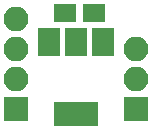
<source format=gbs>
%TF.GenerationSoftware,KiCad,Pcbnew,4.0.4-stable*%
%TF.CreationDate,2017-03-14T02:45:12+02:00*%
%TF.ProjectId,zerophone_audio_buffer,7A65726F70686F6E655F617564696F5F,rev?*%
%TF.FileFunction,Soldermask,Bot*%
%FSLAX46Y46*%
G04 Gerber Fmt 4.6, Leading zero omitted, Abs format (unit mm)*
G04 Created by KiCad (PCBNEW 4.0.4-stable) date 03/14/17 02:45:12*
%MOMM*%
%LPD*%
G01*
G04 APERTURE LIST*
%ADD10C,0.200000*%
%ADD11R,1.900000X1.650000*%
%ADD12R,2.100000X2.100000*%
%ADD13O,2.100000X2.100000*%
%ADD14R,3.800000X2.000000*%
%ADD15R,1.900000X2.400000*%
G04 APERTURE END LIST*
D10*
D11*
X133604000Y-93472000D03*
X131104000Y-93472000D03*
D12*
X137160000Y-101600000D03*
D13*
X137160000Y-99060000D03*
X137160000Y-96520000D03*
D12*
X127000000Y-101600000D03*
D13*
X127000000Y-99060000D03*
X127000000Y-96520000D03*
X127000000Y-93980000D03*
D14*
X132080000Y-102025000D03*
D15*
X132080000Y-95910000D03*
X134380000Y-95910000D03*
X129780000Y-95910000D03*
M02*

</source>
